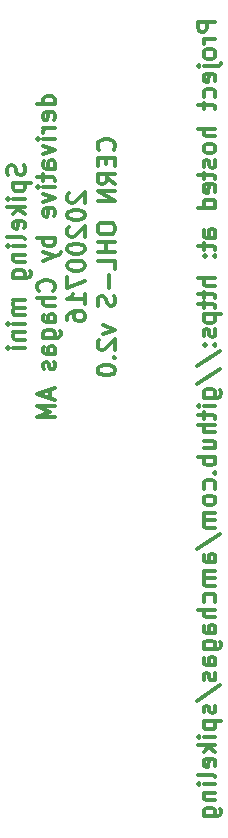
<source format=gbr>
G04 #@! TF.GenerationSoftware,KiCad,Pcbnew,5.1.6-c6e7f7d~87~ubuntu20.04.1*
G04 #@! TF.CreationDate,2020-08-05T12:50:38+01:00*
G04 #@! TF.ProjectId,spikeling,7370696b-656c-4696-9e67-2e6b69636164,rev?*
G04 #@! TF.SameCoordinates,Original*
G04 #@! TF.FileFunction,Legend,Bot*
G04 #@! TF.FilePolarity,Positive*
%FSLAX46Y46*%
G04 Gerber Fmt 4.6, Leading zero omitted, Abs format (unit mm)*
G04 Created by KiCad (PCBNEW 5.1.6-c6e7f7d~87~ubuntu20.04.1) date 2020-08-05 12:50:38*
%MOMM*%
%LPD*%
G01*
G04 APERTURE LIST*
%ADD10C,0.300000*%
G04 APERTURE END LIST*
D10*
X181178571Y-51552142D02*
X179678571Y-51552142D01*
X179678571Y-52123571D01*
X179750000Y-52266428D01*
X179821428Y-52337857D01*
X179964285Y-52409285D01*
X180178571Y-52409285D01*
X180321428Y-52337857D01*
X180392857Y-52266428D01*
X180464285Y-52123571D01*
X180464285Y-51552142D01*
X181178571Y-53052142D02*
X180178571Y-53052142D01*
X180464285Y-53052142D02*
X180321428Y-53123571D01*
X180250000Y-53195000D01*
X180178571Y-53337857D01*
X180178571Y-53480714D01*
X181178571Y-54195000D02*
X181107142Y-54052142D01*
X181035714Y-53980714D01*
X180892857Y-53909285D01*
X180464285Y-53909285D01*
X180321428Y-53980714D01*
X180250000Y-54052142D01*
X180178571Y-54195000D01*
X180178571Y-54409285D01*
X180250000Y-54552142D01*
X180321428Y-54623571D01*
X180464285Y-54695000D01*
X180892857Y-54695000D01*
X181035714Y-54623571D01*
X181107142Y-54552142D01*
X181178571Y-54409285D01*
X181178571Y-54195000D01*
X180178571Y-55337857D02*
X181464285Y-55337857D01*
X181607142Y-55266428D01*
X181678571Y-55123571D01*
X181678571Y-55052142D01*
X179678571Y-55337857D02*
X179750000Y-55266428D01*
X179821428Y-55337857D01*
X179750000Y-55409285D01*
X179678571Y-55337857D01*
X179821428Y-55337857D01*
X181107142Y-56623571D02*
X181178571Y-56480714D01*
X181178571Y-56195000D01*
X181107142Y-56052142D01*
X180964285Y-55980714D01*
X180392857Y-55980714D01*
X180250000Y-56052142D01*
X180178571Y-56195000D01*
X180178571Y-56480714D01*
X180250000Y-56623571D01*
X180392857Y-56695000D01*
X180535714Y-56695000D01*
X180678571Y-55980714D01*
X181107142Y-57980714D02*
X181178571Y-57837857D01*
X181178571Y-57552142D01*
X181107142Y-57409285D01*
X181035714Y-57337857D01*
X180892857Y-57266428D01*
X180464285Y-57266428D01*
X180321428Y-57337857D01*
X180250000Y-57409285D01*
X180178571Y-57552142D01*
X180178571Y-57837857D01*
X180250000Y-57980714D01*
X180178571Y-58409285D02*
X180178571Y-58980714D01*
X179678571Y-58623571D02*
X180964285Y-58623571D01*
X181107142Y-58695000D01*
X181178571Y-58837857D01*
X181178571Y-58980714D01*
X181178571Y-60623571D02*
X179678571Y-60623571D01*
X181178571Y-61266428D02*
X180392857Y-61266428D01*
X180250000Y-61195000D01*
X180178571Y-61052142D01*
X180178571Y-60837857D01*
X180250000Y-60695000D01*
X180321428Y-60623571D01*
X181178571Y-62195000D02*
X181107142Y-62052142D01*
X181035714Y-61980714D01*
X180892857Y-61909285D01*
X180464285Y-61909285D01*
X180321428Y-61980714D01*
X180250000Y-62052142D01*
X180178571Y-62195000D01*
X180178571Y-62409285D01*
X180250000Y-62552142D01*
X180321428Y-62623571D01*
X180464285Y-62695000D01*
X180892857Y-62695000D01*
X181035714Y-62623571D01*
X181107142Y-62552142D01*
X181178571Y-62409285D01*
X181178571Y-62195000D01*
X181107142Y-63266428D02*
X181178571Y-63409285D01*
X181178571Y-63695000D01*
X181107142Y-63837857D01*
X180964285Y-63909285D01*
X180892857Y-63909285D01*
X180750000Y-63837857D01*
X180678571Y-63695000D01*
X180678571Y-63480714D01*
X180607142Y-63337857D01*
X180464285Y-63266428D01*
X180392857Y-63266428D01*
X180250000Y-63337857D01*
X180178571Y-63480714D01*
X180178571Y-63695000D01*
X180250000Y-63837857D01*
X180178571Y-64337857D02*
X180178571Y-64909285D01*
X179678571Y-64552142D02*
X180964285Y-64552142D01*
X181107142Y-64623571D01*
X181178571Y-64766428D01*
X181178571Y-64909285D01*
X181107142Y-65980714D02*
X181178571Y-65837857D01*
X181178571Y-65552142D01*
X181107142Y-65409285D01*
X180964285Y-65337857D01*
X180392857Y-65337857D01*
X180250000Y-65409285D01*
X180178571Y-65552142D01*
X180178571Y-65837857D01*
X180250000Y-65980714D01*
X180392857Y-66052142D01*
X180535714Y-66052142D01*
X180678571Y-65337857D01*
X181178571Y-67337857D02*
X179678571Y-67337857D01*
X181107142Y-67337857D02*
X181178571Y-67195000D01*
X181178571Y-66909285D01*
X181107142Y-66766428D01*
X181035714Y-66695000D01*
X180892857Y-66623571D01*
X180464285Y-66623571D01*
X180321428Y-66695000D01*
X180250000Y-66766428D01*
X180178571Y-66909285D01*
X180178571Y-67195000D01*
X180250000Y-67337857D01*
X181178571Y-69837857D02*
X180392857Y-69837857D01*
X180250000Y-69766428D01*
X180178571Y-69623571D01*
X180178571Y-69337857D01*
X180250000Y-69195000D01*
X181107142Y-69837857D02*
X181178571Y-69695000D01*
X181178571Y-69337857D01*
X181107142Y-69195000D01*
X180964285Y-69123571D01*
X180821428Y-69123571D01*
X180678571Y-69195000D01*
X180607142Y-69337857D01*
X180607142Y-69695000D01*
X180535714Y-69837857D01*
X180178571Y-70337857D02*
X180178571Y-70909285D01*
X179678571Y-70552142D02*
X180964285Y-70552142D01*
X181107142Y-70623571D01*
X181178571Y-70766428D01*
X181178571Y-70909285D01*
X181035714Y-71409285D02*
X181107142Y-71480714D01*
X181178571Y-71409285D01*
X181107142Y-71337857D01*
X181035714Y-71409285D01*
X181178571Y-71409285D01*
X180250000Y-71409285D02*
X180321428Y-71480714D01*
X180392857Y-71409285D01*
X180321428Y-71337857D01*
X180250000Y-71409285D01*
X180392857Y-71409285D01*
X181178571Y-73266428D02*
X179678571Y-73266428D01*
X181178571Y-73909285D02*
X180392857Y-73909285D01*
X180250000Y-73837857D01*
X180178571Y-73695000D01*
X180178571Y-73480714D01*
X180250000Y-73337857D01*
X180321428Y-73266428D01*
X180178571Y-74409285D02*
X180178571Y-74980714D01*
X179678571Y-74623571D02*
X180964285Y-74623571D01*
X181107142Y-74695000D01*
X181178571Y-74837857D01*
X181178571Y-74980714D01*
X180178571Y-75266428D02*
X180178571Y-75837857D01*
X179678571Y-75480714D02*
X180964285Y-75480714D01*
X181107142Y-75552142D01*
X181178571Y-75695000D01*
X181178571Y-75837857D01*
X180178571Y-76337857D02*
X181678571Y-76337857D01*
X180250000Y-76337857D02*
X180178571Y-76480714D01*
X180178571Y-76766428D01*
X180250000Y-76909285D01*
X180321428Y-76980714D01*
X180464285Y-77052142D01*
X180892857Y-77052142D01*
X181035714Y-76980714D01*
X181107142Y-76909285D01*
X181178571Y-76766428D01*
X181178571Y-76480714D01*
X181107142Y-76337857D01*
X181107142Y-77623571D02*
X181178571Y-77766428D01*
X181178571Y-78052142D01*
X181107142Y-78195000D01*
X180964285Y-78266428D01*
X180892857Y-78266428D01*
X180750000Y-78195000D01*
X180678571Y-78052142D01*
X180678571Y-77837857D01*
X180607142Y-77695000D01*
X180464285Y-77623571D01*
X180392857Y-77623571D01*
X180250000Y-77695000D01*
X180178571Y-77837857D01*
X180178571Y-78052142D01*
X180250000Y-78195000D01*
X181035714Y-78909285D02*
X181107142Y-78980714D01*
X181178571Y-78909285D01*
X181107142Y-78837857D01*
X181035714Y-78909285D01*
X181178571Y-78909285D01*
X180250000Y-78909285D02*
X180321428Y-78980714D01*
X180392857Y-78909285D01*
X180321428Y-78837857D01*
X180250000Y-78909285D01*
X180392857Y-78909285D01*
X179607142Y-80695000D02*
X181535714Y-79409285D01*
X179607142Y-82266428D02*
X181535714Y-80980714D01*
X180178571Y-83409285D02*
X181392857Y-83409285D01*
X181535714Y-83337857D01*
X181607142Y-83266428D01*
X181678571Y-83123571D01*
X181678571Y-82909285D01*
X181607142Y-82766428D01*
X181107142Y-83409285D02*
X181178571Y-83266428D01*
X181178571Y-82980714D01*
X181107142Y-82837857D01*
X181035714Y-82766428D01*
X180892857Y-82695000D01*
X180464285Y-82695000D01*
X180321428Y-82766428D01*
X180250000Y-82837857D01*
X180178571Y-82980714D01*
X180178571Y-83266428D01*
X180250000Y-83409285D01*
X181178571Y-84123571D02*
X180178571Y-84123571D01*
X179678571Y-84123571D02*
X179750000Y-84052142D01*
X179821428Y-84123571D01*
X179750000Y-84195000D01*
X179678571Y-84123571D01*
X179821428Y-84123571D01*
X180178571Y-84623571D02*
X180178571Y-85195000D01*
X179678571Y-84837857D02*
X180964285Y-84837857D01*
X181107142Y-84909285D01*
X181178571Y-85052142D01*
X181178571Y-85195000D01*
X181178571Y-85695000D02*
X179678571Y-85695000D01*
X181178571Y-86337857D02*
X180392857Y-86337857D01*
X180250000Y-86266428D01*
X180178571Y-86123571D01*
X180178571Y-85909285D01*
X180250000Y-85766428D01*
X180321428Y-85695000D01*
X180178571Y-87695000D02*
X181178571Y-87695000D01*
X180178571Y-87052142D02*
X180964285Y-87052142D01*
X181107142Y-87123571D01*
X181178571Y-87266428D01*
X181178571Y-87480714D01*
X181107142Y-87623571D01*
X181035714Y-87695000D01*
X181178571Y-88409285D02*
X179678571Y-88409285D01*
X180250000Y-88409285D02*
X180178571Y-88552142D01*
X180178571Y-88837857D01*
X180250000Y-88980714D01*
X180321428Y-89052142D01*
X180464285Y-89123571D01*
X180892857Y-89123571D01*
X181035714Y-89052142D01*
X181107142Y-88980714D01*
X181178571Y-88837857D01*
X181178571Y-88552142D01*
X181107142Y-88409285D01*
X181035714Y-89766428D02*
X181107142Y-89837857D01*
X181178571Y-89766428D01*
X181107142Y-89695000D01*
X181035714Y-89766428D01*
X181178571Y-89766428D01*
X181107142Y-91123571D02*
X181178571Y-90980714D01*
X181178571Y-90695000D01*
X181107142Y-90552142D01*
X181035714Y-90480714D01*
X180892857Y-90409285D01*
X180464285Y-90409285D01*
X180321428Y-90480714D01*
X180250000Y-90552142D01*
X180178571Y-90695000D01*
X180178571Y-90980714D01*
X180250000Y-91123571D01*
X181178571Y-91980714D02*
X181107142Y-91837857D01*
X181035714Y-91766428D01*
X180892857Y-91695000D01*
X180464285Y-91695000D01*
X180321428Y-91766428D01*
X180250000Y-91837857D01*
X180178571Y-91980714D01*
X180178571Y-92195000D01*
X180250000Y-92337857D01*
X180321428Y-92409285D01*
X180464285Y-92480714D01*
X180892857Y-92480714D01*
X181035714Y-92409285D01*
X181107142Y-92337857D01*
X181178571Y-92195000D01*
X181178571Y-91980714D01*
X181178571Y-93123571D02*
X180178571Y-93123571D01*
X180321428Y-93123571D02*
X180250000Y-93195000D01*
X180178571Y-93337857D01*
X180178571Y-93552142D01*
X180250000Y-93695000D01*
X180392857Y-93766428D01*
X181178571Y-93766428D01*
X180392857Y-93766428D02*
X180250000Y-93837857D01*
X180178571Y-93980714D01*
X180178571Y-94195000D01*
X180250000Y-94337857D01*
X180392857Y-94409285D01*
X181178571Y-94409285D01*
X179607142Y-96195000D02*
X181535714Y-94909285D01*
X181178571Y-97337857D02*
X180392857Y-97337857D01*
X180250000Y-97266428D01*
X180178571Y-97123571D01*
X180178571Y-96837857D01*
X180250000Y-96695000D01*
X181107142Y-97337857D02*
X181178571Y-97195000D01*
X181178571Y-96837857D01*
X181107142Y-96695000D01*
X180964285Y-96623571D01*
X180821428Y-96623571D01*
X180678571Y-96695000D01*
X180607142Y-96837857D01*
X180607142Y-97195000D01*
X180535714Y-97337857D01*
X181178571Y-98052142D02*
X180178571Y-98052142D01*
X180321428Y-98052142D02*
X180250000Y-98123571D01*
X180178571Y-98266428D01*
X180178571Y-98480714D01*
X180250000Y-98623571D01*
X180392857Y-98695000D01*
X181178571Y-98695000D01*
X180392857Y-98695000D02*
X180250000Y-98766428D01*
X180178571Y-98909285D01*
X180178571Y-99123571D01*
X180250000Y-99266428D01*
X180392857Y-99337857D01*
X181178571Y-99337857D01*
X181107142Y-100695000D02*
X181178571Y-100552142D01*
X181178571Y-100266428D01*
X181107142Y-100123571D01*
X181035714Y-100052142D01*
X180892857Y-99980714D01*
X180464285Y-99980714D01*
X180321428Y-100052142D01*
X180250000Y-100123571D01*
X180178571Y-100266428D01*
X180178571Y-100552142D01*
X180250000Y-100695000D01*
X181178571Y-101337857D02*
X179678571Y-101337857D01*
X181178571Y-101980714D02*
X180392857Y-101980714D01*
X180250000Y-101909285D01*
X180178571Y-101766428D01*
X180178571Y-101552142D01*
X180250000Y-101409285D01*
X180321428Y-101337857D01*
X181178571Y-103337857D02*
X180392857Y-103337857D01*
X180250000Y-103266428D01*
X180178571Y-103123571D01*
X180178571Y-102837857D01*
X180250000Y-102695000D01*
X181107142Y-103337857D02*
X181178571Y-103195000D01*
X181178571Y-102837857D01*
X181107142Y-102695000D01*
X180964285Y-102623571D01*
X180821428Y-102623571D01*
X180678571Y-102695000D01*
X180607142Y-102837857D01*
X180607142Y-103195000D01*
X180535714Y-103337857D01*
X180178571Y-104695000D02*
X181392857Y-104695000D01*
X181535714Y-104623571D01*
X181607142Y-104552142D01*
X181678571Y-104409285D01*
X181678571Y-104195000D01*
X181607142Y-104052142D01*
X181107142Y-104695000D02*
X181178571Y-104552142D01*
X181178571Y-104266428D01*
X181107142Y-104123571D01*
X181035714Y-104052142D01*
X180892857Y-103980714D01*
X180464285Y-103980714D01*
X180321428Y-104052142D01*
X180250000Y-104123571D01*
X180178571Y-104266428D01*
X180178571Y-104552142D01*
X180250000Y-104695000D01*
X181178571Y-106052142D02*
X180392857Y-106052142D01*
X180250000Y-105980714D01*
X180178571Y-105837857D01*
X180178571Y-105552142D01*
X180250000Y-105409285D01*
X181107142Y-106052142D02*
X181178571Y-105909285D01*
X181178571Y-105552142D01*
X181107142Y-105409285D01*
X180964285Y-105337857D01*
X180821428Y-105337857D01*
X180678571Y-105409285D01*
X180607142Y-105552142D01*
X180607142Y-105909285D01*
X180535714Y-106052142D01*
X181107142Y-106695000D02*
X181178571Y-106837857D01*
X181178571Y-107123571D01*
X181107142Y-107266428D01*
X180964285Y-107337857D01*
X180892857Y-107337857D01*
X180750000Y-107266428D01*
X180678571Y-107123571D01*
X180678571Y-106909285D01*
X180607142Y-106766428D01*
X180464285Y-106695000D01*
X180392857Y-106695000D01*
X180250000Y-106766428D01*
X180178571Y-106909285D01*
X180178571Y-107123571D01*
X180250000Y-107266428D01*
X179607142Y-109052142D02*
X181535714Y-107766428D01*
X181107142Y-109480714D02*
X181178571Y-109623571D01*
X181178571Y-109909285D01*
X181107142Y-110052142D01*
X180964285Y-110123571D01*
X180892857Y-110123571D01*
X180750000Y-110052142D01*
X180678571Y-109909285D01*
X180678571Y-109695000D01*
X180607142Y-109552142D01*
X180464285Y-109480714D01*
X180392857Y-109480714D01*
X180250000Y-109552142D01*
X180178571Y-109695000D01*
X180178571Y-109909285D01*
X180250000Y-110052142D01*
X180178571Y-110766428D02*
X181678571Y-110766428D01*
X180250000Y-110766428D02*
X180178571Y-110909285D01*
X180178571Y-111195000D01*
X180250000Y-111337857D01*
X180321428Y-111409285D01*
X180464285Y-111480714D01*
X180892857Y-111480714D01*
X181035714Y-111409285D01*
X181107142Y-111337857D01*
X181178571Y-111195000D01*
X181178571Y-110909285D01*
X181107142Y-110766428D01*
X181178571Y-112123571D02*
X180178571Y-112123571D01*
X179678571Y-112123571D02*
X179750000Y-112052142D01*
X179821428Y-112123571D01*
X179750000Y-112195000D01*
X179678571Y-112123571D01*
X179821428Y-112123571D01*
X181178571Y-112837857D02*
X179678571Y-112837857D01*
X180607142Y-112980714D02*
X181178571Y-113409285D01*
X180178571Y-113409285D02*
X180750000Y-112837857D01*
X181107142Y-114623571D02*
X181178571Y-114480714D01*
X181178571Y-114195000D01*
X181107142Y-114052142D01*
X180964285Y-113980714D01*
X180392857Y-113980714D01*
X180250000Y-114052142D01*
X180178571Y-114195000D01*
X180178571Y-114480714D01*
X180250000Y-114623571D01*
X180392857Y-114695000D01*
X180535714Y-114695000D01*
X180678571Y-113980714D01*
X181178571Y-115552142D02*
X181107142Y-115409285D01*
X180964285Y-115337857D01*
X179678571Y-115337857D01*
X181178571Y-116123571D02*
X180178571Y-116123571D01*
X179678571Y-116123571D02*
X179750000Y-116052142D01*
X179821428Y-116123571D01*
X179750000Y-116195000D01*
X179678571Y-116123571D01*
X179821428Y-116123571D01*
X180178571Y-116837857D02*
X181178571Y-116837857D01*
X180321428Y-116837857D02*
X180250000Y-116909285D01*
X180178571Y-117052142D01*
X180178571Y-117266428D01*
X180250000Y-117409285D01*
X180392857Y-117480714D01*
X181178571Y-117480714D01*
X180178571Y-118837857D02*
X181392857Y-118837857D01*
X181535714Y-118766428D01*
X181607142Y-118695000D01*
X181678571Y-118552142D01*
X181678571Y-118337857D01*
X181607142Y-118195000D01*
X181107142Y-118837857D02*
X181178571Y-118695000D01*
X181178571Y-118409285D01*
X181107142Y-118266428D01*
X181035714Y-118195000D01*
X180892857Y-118123571D01*
X180464285Y-118123571D01*
X180321428Y-118195000D01*
X180250000Y-118266428D01*
X180178571Y-118409285D01*
X180178571Y-118695000D01*
X180250000Y-118837857D01*
X164982142Y-63714285D02*
X165053571Y-63928571D01*
X165053571Y-64285714D01*
X164982142Y-64428571D01*
X164910714Y-64500000D01*
X164767857Y-64571428D01*
X164625000Y-64571428D01*
X164482142Y-64500000D01*
X164410714Y-64428571D01*
X164339285Y-64285714D01*
X164267857Y-64000000D01*
X164196428Y-63857142D01*
X164125000Y-63785714D01*
X163982142Y-63714285D01*
X163839285Y-63714285D01*
X163696428Y-63785714D01*
X163625000Y-63857142D01*
X163553571Y-64000000D01*
X163553571Y-64357142D01*
X163625000Y-64571428D01*
X164053571Y-65214285D02*
X165553571Y-65214285D01*
X164125000Y-65214285D02*
X164053571Y-65357142D01*
X164053571Y-65642857D01*
X164125000Y-65785714D01*
X164196428Y-65857142D01*
X164339285Y-65928571D01*
X164767857Y-65928571D01*
X164910714Y-65857142D01*
X164982142Y-65785714D01*
X165053571Y-65642857D01*
X165053571Y-65357142D01*
X164982142Y-65214285D01*
X165053571Y-66571428D02*
X164053571Y-66571428D01*
X163553571Y-66571428D02*
X163625000Y-66500000D01*
X163696428Y-66571428D01*
X163625000Y-66642857D01*
X163553571Y-66571428D01*
X163696428Y-66571428D01*
X165053571Y-67285714D02*
X163553571Y-67285714D01*
X164482142Y-67428571D02*
X165053571Y-67857142D01*
X164053571Y-67857142D02*
X164625000Y-67285714D01*
X164982142Y-69071428D02*
X165053571Y-68928571D01*
X165053571Y-68642857D01*
X164982142Y-68500000D01*
X164839285Y-68428571D01*
X164267857Y-68428571D01*
X164125000Y-68500000D01*
X164053571Y-68642857D01*
X164053571Y-68928571D01*
X164125000Y-69071428D01*
X164267857Y-69142857D01*
X164410714Y-69142857D01*
X164553571Y-68428571D01*
X165053571Y-70000000D02*
X164982142Y-69857142D01*
X164839285Y-69785714D01*
X163553571Y-69785714D01*
X165053571Y-70571428D02*
X164053571Y-70571428D01*
X163553571Y-70571428D02*
X163625000Y-70500000D01*
X163696428Y-70571428D01*
X163625000Y-70642857D01*
X163553571Y-70571428D01*
X163696428Y-70571428D01*
X164053571Y-71285714D02*
X165053571Y-71285714D01*
X164196428Y-71285714D02*
X164125000Y-71357142D01*
X164053571Y-71500000D01*
X164053571Y-71714285D01*
X164125000Y-71857142D01*
X164267857Y-71928571D01*
X165053571Y-71928571D01*
X164053571Y-73285714D02*
X165267857Y-73285714D01*
X165410714Y-73214285D01*
X165482142Y-73142857D01*
X165553571Y-73000000D01*
X165553571Y-72785714D01*
X165482142Y-72642857D01*
X164982142Y-73285714D02*
X165053571Y-73142857D01*
X165053571Y-72857142D01*
X164982142Y-72714285D01*
X164910714Y-72642857D01*
X164767857Y-72571428D01*
X164339285Y-72571428D01*
X164196428Y-72642857D01*
X164125000Y-72714285D01*
X164053571Y-72857142D01*
X164053571Y-73142857D01*
X164125000Y-73285714D01*
X165053571Y-75142857D02*
X164053571Y-75142857D01*
X164196428Y-75142857D02*
X164125000Y-75214285D01*
X164053571Y-75357142D01*
X164053571Y-75571428D01*
X164125000Y-75714285D01*
X164267857Y-75785714D01*
X165053571Y-75785714D01*
X164267857Y-75785714D02*
X164125000Y-75857142D01*
X164053571Y-76000000D01*
X164053571Y-76214285D01*
X164125000Y-76357142D01*
X164267857Y-76428571D01*
X165053571Y-76428571D01*
X165053571Y-77142857D02*
X164053571Y-77142857D01*
X163553571Y-77142857D02*
X163625000Y-77071428D01*
X163696428Y-77142857D01*
X163625000Y-77214285D01*
X163553571Y-77142857D01*
X163696428Y-77142857D01*
X164053571Y-77857142D02*
X165053571Y-77857142D01*
X164196428Y-77857142D02*
X164125000Y-77928571D01*
X164053571Y-78071428D01*
X164053571Y-78285714D01*
X164125000Y-78428571D01*
X164267857Y-78500000D01*
X165053571Y-78500000D01*
X165053571Y-79214285D02*
X164053571Y-79214285D01*
X163553571Y-79214285D02*
X163625000Y-79142857D01*
X163696428Y-79214285D01*
X163625000Y-79285714D01*
X163553571Y-79214285D01*
X163696428Y-79214285D01*
X167603571Y-58571428D02*
X166103571Y-58571428D01*
X167532142Y-58571428D02*
X167603571Y-58428571D01*
X167603571Y-58142857D01*
X167532142Y-58000000D01*
X167460714Y-57928571D01*
X167317857Y-57857142D01*
X166889285Y-57857142D01*
X166746428Y-57928571D01*
X166675000Y-58000000D01*
X166603571Y-58142857D01*
X166603571Y-58428571D01*
X166675000Y-58571428D01*
X167532142Y-59857142D02*
X167603571Y-59714285D01*
X167603571Y-59428571D01*
X167532142Y-59285714D01*
X167389285Y-59214285D01*
X166817857Y-59214285D01*
X166675000Y-59285714D01*
X166603571Y-59428571D01*
X166603571Y-59714285D01*
X166675000Y-59857142D01*
X166817857Y-59928571D01*
X166960714Y-59928571D01*
X167103571Y-59214285D01*
X167603571Y-60571428D02*
X166603571Y-60571428D01*
X166889285Y-60571428D02*
X166746428Y-60642857D01*
X166675000Y-60714285D01*
X166603571Y-60857142D01*
X166603571Y-61000000D01*
X167603571Y-61500000D02*
X166603571Y-61500000D01*
X166103571Y-61500000D02*
X166175000Y-61428571D01*
X166246428Y-61500000D01*
X166175000Y-61571428D01*
X166103571Y-61500000D01*
X166246428Y-61500000D01*
X166603571Y-62071428D02*
X167603571Y-62428571D01*
X166603571Y-62785714D01*
X167603571Y-64000000D02*
X166817857Y-64000000D01*
X166675000Y-63928571D01*
X166603571Y-63785714D01*
X166603571Y-63500000D01*
X166675000Y-63357142D01*
X167532142Y-64000000D02*
X167603571Y-63857142D01*
X167603571Y-63500000D01*
X167532142Y-63357142D01*
X167389285Y-63285714D01*
X167246428Y-63285714D01*
X167103571Y-63357142D01*
X167032142Y-63500000D01*
X167032142Y-63857142D01*
X166960714Y-64000000D01*
X166603571Y-64500000D02*
X166603571Y-65071428D01*
X166103571Y-64714285D02*
X167389285Y-64714285D01*
X167532142Y-64785714D01*
X167603571Y-64928571D01*
X167603571Y-65071428D01*
X167603571Y-65571428D02*
X166603571Y-65571428D01*
X166103571Y-65571428D02*
X166175000Y-65500000D01*
X166246428Y-65571428D01*
X166175000Y-65642857D01*
X166103571Y-65571428D01*
X166246428Y-65571428D01*
X166603571Y-66142857D02*
X167603571Y-66500000D01*
X166603571Y-66857142D01*
X167532142Y-68000000D02*
X167603571Y-67857142D01*
X167603571Y-67571428D01*
X167532142Y-67428571D01*
X167389285Y-67357142D01*
X166817857Y-67357142D01*
X166675000Y-67428571D01*
X166603571Y-67571428D01*
X166603571Y-67857142D01*
X166675000Y-68000000D01*
X166817857Y-68071428D01*
X166960714Y-68071428D01*
X167103571Y-67357142D01*
X167603571Y-69857142D02*
X166103571Y-69857142D01*
X166675000Y-69857142D02*
X166603571Y-70000000D01*
X166603571Y-70285714D01*
X166675000Y-70428571D01*
X166746428Y-70500000D01*
X166889285Y-70571428D01*
X167317857Y-70571428D01*
X167460714Y-70500000D01*
X167532142Y-70428571D01*
X167603571Y-70285714D01*
X167603571Y-70000000D01*
X167532142Y-69857142D01*
X166603571Y-71071428D02*
X167603571Y-71428571D01*
X166603571Y-71785714D02*
X167603571Y-71428571D01*
X167960714Y-71285714D01*
X168032142Y-71214285D01*
X168103571Y-71071428D01*
X167460714Y-74357142D02*
X167532142Y-74285714D01*
X167603571Y-74071428D01*
X167603571Y-73928571D01*
X167532142Y-73714285D01*
X167389285Y-73571428D01*
X167246428Y-73500000D01*
X166960714Y-73428571D01*
X166746428Y-73428571D01*
X166460714Y-73500000D01*
X166317857Y-73571428D01*
X166175000Y-73714285D01*
X166103571Y-73928571D01*
X166103571Y-74071428D01*
X166175000Y-74285714D01*
X166246428Y-74357142D01*
X167603571Y-75000000D02*
X166103571Y-75000000D01*
X167603571Y-75642857D02*
X166817857Y-75642857D01*
X166675000Y-75571428D01*
X166603571Y-75428571D01*
X166603571Y-75214285D01*
X166675000Y-75071428D01*
X166746428Y-75000000D01*
X167603571Y-77000000D02*
X166817857Y-77000000D01*
X166675000Y-76928571D01*
X166603571Y-76785714D01*
X166603571Y-76500000D01*
X166675000Y-76357142D01*
X167532142Y-77000000D02*
X167603571Y-76857142D01*
X167603571Y-76500000D01*
X167532142Y-76357142D01*
X167389285Y-76285714D01*
X167246428Y-76285714D01*
X167103571Y-76357142D01*
X167032142Y-76500000D01*
X167032142Y-76857142D01*
X166960714Y-77000000D01*
X166603571Y-78357142D02*
X167817857Y-78357142D01*
X167960714Y-78285714D01*
X168032142Y-78214285D01*
X168103571Y-78071428D01*
X168103571Y-77857142D01*
X168032142Y-77714285D01*
X167532142Y-78357142D02*
X167603571Y-78214285D01*
X167603571Y-77928571D01*
X167532142Y-77785714D01*
X167460714Y-77714285D01*
X167317857Y-77642857D01*
X166889285Y-77642857D01*
X166746428Y-77714285D01*
X166675000Y-77785714D01*
X166603571Y-77928571D01*
X166603571Y-78214285D01*
X166675000Y-78357142D01*
X167603571Y-79714285D02*
X166817857Y-79714285D01*
X166675000Y-79642857D01*
X166603571Y-79500000D01*
X166603571Y-79214285D01*
X166675000Y-79071428D01*
X167532142Y-79714285D02*
X167603571Y-79571428D01*
X167603571Y-79214285D01*
X167532142Y-79071428D01*
X167389285Y-79000000D01*
X167246428Y-79000000D01*
X167103571Y-79071428D01*
X167032142Y-79214285D01*
X167032142Y-79571428D01*
X166960714Y-79714285D01*
X167532142Y-80357142D02*
X167603571Y-80500000D01*
X167603571Y-80785714D01*
X167532142Y-80928571D01*
X167389285Y-81000000D01*
X167317857Y-81000000D01*
X167175000Y-80928571D01*
X167103571Y-80785714D01*
X167103571Y-80571428D01*
X167032142Y-80428571D01*
X166889285Y-80357142D01*
X166817857Y-80357142D01*
X166675000Y-80428571D01*
X166603571Y-80571428D01*
X166603571Y-80785714D01*
X166675000Y-80928571D01*
X167175000Y-82714285D02*
X167175000Y-83428571D01*
X167603571Y-82571428D02*
X166103571Y-83071428D01*
X167603571Y-83571428D01*
X167603571Y-84071428D02*
X166103571Y-84071428D01*
X167175000Y-84571428D01*
X166103571Y-85071428D01*
X167603571Y-85071428D01*
X168796428Y-66071428D02*
X168725000Y-66142857D01*
X168653571Y-66285714D01*
X168653571Y-66642857D01*
X168725000Y-66785714D01*
X168796428Y-66857142D01*
X168939285Y-66928571D01*
X169082142Y-66928571D01*
X169296428Y-66857142D01*
X170153571Y-66000000D01*
X170153571Y-66928571D01*
X168653571Y-67857142D02*
X168653571Y-68000000D01*
X168725000Y-68142857D01*
X168796428Y-68214285D01*
X168939285Y-68285714D01*
X169225000Y-68357142D01*
X169582142Y-68357142D01*
X169867857Y-68285714D01*
X170010714Y-68214285D01*
X170082142Y-68142857D01*
X170153571Y-68000000D01*
X170153571Y-67857142D01*
X170082142Y-67714285D01*
X170010714Y-67642857D01*
X169867857Y-67571428D01*
X169582142Y-67500000D01*
X169225000Y-67500000D01*
X168939285Y-67571428D01*
X168796428Y-67642857D01*
X168725000Y-67714285D01*
X168653571Y-67857142D01*
X168796428Y-68928571D02*
X168725000Y-69000000D01*
X168653571Y-69142857D01*
X168653571Y-69500000D01*
X168725000Y-69642857D01*
X168796428Y-69714285D01*
X168939285Y-69785714D01*
X169082142Y-69785714D01*
X169296428Y-69714285D01*
X170153571Y-68857142D01*
X170153571Y-69785714D01*
X168653571Y-70714285D02*
X168653571Y-70857142D01*
X168725000Y-71000000D01*
X168796428Y-71071428D01*
X168939285Y-71142857D01*
X169225000Y-71214285D01*
X169582142Y-71214285D01*
X169867857Y-71142857D01*
X170010714Y-71071428D01*
X170082142Y-71000000D01*
X170153571Y-70857142D01*
X170153571Y-70714285D01*
X170082142Y-70571428D01*
X170010714Y-70500000D01*
X169867857Y-70428571D01*
X169582142Y-70357142D01*
X169225000Y-70357142D01*
X168939285Y-70428571D01*
X168796428Y-70500000D01*
X168725000Y-70571428D01*
X168653571Y-70714285D01*
X168653571Y-72142857D02*
X168653571Y-72285714D01*
X168725000Y-72428571D01*
X168796428Y-72500000D01*
X168939285Y-72571428D01*
X169225000Y-72642857D01*
X169582142Y-72642857D01*
X169867857Y-72571428D01*
X170010714Y-72500000D01*
X170082142Y-72428571D01*
X170153571Y-72285714D01*
X170153571Y-72142857D01*
X170082142Y-72000000D01*
X170010714Y-71928571D01*
X169867857Y-71857142D01*
X169582142Y-71785714D01*
X169225000Y-71785714D01*
X168939285Y-71857142D01*
X168796428Y-71928571D01*
X168725000Y-72000000D01*
X168653571Y-72142857D01*
X168653571Y-73142857D02*
X168653571Y-74142857D01*
X170153571Y-73500000D01*
X170153571Y-75500000D02*
X170153571Y-74642857D01*
X170153571Y-75071428D02*
X168653571Y-75071428D01*
X168867857Y-74928571D01*
X169010714Y-74785714D01*
X169082142Y-74642857D01*
X168653571Y-76785714D02*
X168653571Y-76500000D01*
X168725000Y-76357142D01*
X168796428Y-76285714D01*
X169010714Y-76142857D01*
X169296428Y-76071428D01*
X169867857Y-76071428D01*
X170010714Y-76142857D01*
X170082142Y-76214285D01*
X170153571Y-76357142D01*
X170153571Y-76642857D01*
X170082142Y-76785714D01*
X170010714Y-76857142D01*
X169867857Y-76928571D01*
X169510714Y-76928571D01*
X169367857Y-76857142D01*
X169296428Y-76785714D01*
X169225000Y-76642857D01*
X169225000Y-76357142D01*
X169296428Y-76214285D01*
X169367857Y-76142857D01*
X169510714Y-76071428D01*
X172560714Y-62428571D02*
X172632142Y-62357142D01*
X172703571Y-62142857D01*
X172703571Y-62000000D01*
X172632142Y-61785714D01*
X172489285Y-61642857D01*
X172346428Y-61571428D01*
X172060714Y-61500000D01*
X171846428Y-61500000D01*
X171560714Y-61571428D01*
X171417857Y-61642857D01*
X171275000Y-61785714D01*
X171203571Y-62000000D01*
X171203571Y-62142857D01*
X171275000Y-62357142D01*
X171346428Y-62428571D01*
X171917857Y-63071428D02*
X171917857Y-63571428D01*
X172703571Y-63785714D02*
X172703571Y-63071428D01*
X171203571Y-63071428D01*
X171203571Y-63785714D01*
X172703571Y-65285714D02*
X171989285Y-64785714D01*
X172703571Y-64428571D02*
X171203571Y-64428571D01*
X171203571Y-65000000D01*
X171275000Y-65142857D01*
X171346428Y-65214285D01*
X171489285Y-65285714D01*
X171703571Y-65285714D01*
X171846428Y-65214285D01*
X171917857Y-65142857D01*
X171989285Y-65000000D01*
X171989285Y-64428571D01*
X172703571Y-65928571D02*
X171203571Y-65928571D01*
X172703571Y-66785714D01*
X171203571Y-66785714D01*
X171203571Y-68928571D02*
X171203571Y-69214285D01*
X171275000Y-69357142D01*
X171417857Y-69500000D01*
X171703571Y-69571428D01*
X172203571Y-69571428D01*
X172489285Y-69500000D01*
X172632142Y-69357142D01*
X172703571Y-69214285D01*
X172703571Y-68928571D01*
X172632142Y-68785714D01*
X172489285Y-68642857D01*
X172203571Y-68571428D01*
X171703571Y-68571428D01*
X171417857Y-68642857D01*
X171275000Y-68785714D01*
X171203571Y-68928571D01*
X172703571Y-70214285D02*
X171203571Y-70214285D01*
X171917857Y-70214285D02*
X171917857Y-71071428D01*
X172703571Y-71071428D02*
X171203571Y-71071428D01*
X172703571Y-72500000D02*
X172703571Y-71785714D01*
X171203571Y-71785714D01*
X172132142Y-73000000D02*
X172132142Y-74142857D01*
X172632142Y-74785714D02*
X172703571Y-75000000D01*
X172703571Y-75357142D01*
X172632142Y-75500000D01*
X172560714Y-75571428D01*
X172417857Y-75642857D01*
X172275000Y-75642857D01*
X172132142Y-75571428D01*
X172060714Y-75500000D01*
X171989285Y-75357142D01*
X171917857Y-75071428D01*
X171846428Y-74928571D01*
X171775000Y-74857142D01*
X171632142Y-74785714D01*
X171489285Y-74785714D01*
X171346428Y-74857142D01*
X171275000Y-74928571D01*
X171203571Y-75071428D01*
X171203571Y-75428571D01*
X171275000Y-75642857D01*
X171703571Y-77285714D02*
X172703571Y-77642857D01*
X171703571Y-78000000D01*
X171346428Y-78500000D02*
X171275000Y-78571428D01*
X171203571Y-78714285D01*
X171203571Y-79071428D01*
X171275000Y-79214285D01*
X171346428Y-79285714D01*
X171489285Y-79357142D01*
X171632142Y-79357142D01*
X171846428Y-79285714D01*
X172703571Y-78428571D01*
X172703571Y-79357142D01*
X172560714Y-80000000D02*
X172632142Y-80071428D01*
X172703571Y-80000000D01*
X172632142Y-79928571D01*
X172560714Y-80000000D01*
X172703571Y-80000000D01*
X171203571Y-81000000D02*
X171203571Y-81142857D01*
X171275000Y-81285714D01*
X171346428Y-81357142D01*
X171489285Y-81428571D01*
X171775000Y-81500000D01*
X172132142Y-81500000D01*
X172417857Y-81428571D01*
X172560714Y-81357142D01*
X172632142Y-81285714D01*
X172703571Y-81142857D01*
X172703571Y-81000000D01*
X172632142Y-80857142D01*
X172560714Y-80785714D01*
X172417857Y-80714285D01*
X172132142Y-80642857D01*
X171775000Y-80642857D01*
X171489285Y-80714285D01*
X171346428Y-80785714D01*
X171275000Y-80857142D01*
X171203571Y-81000000D01*
M02*

</source>
